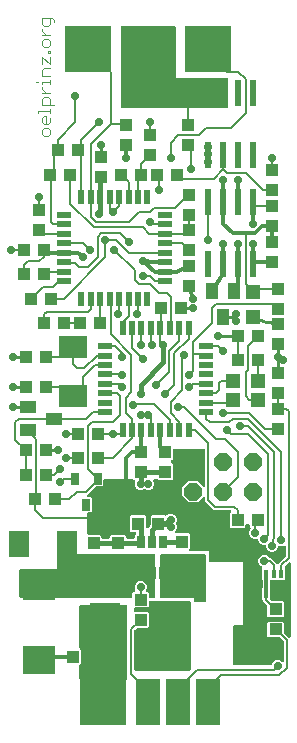
<source format=gbr>
G04 EAGLE Gerber RS-274X export*
G75*
%MOMM*%
%FSLAX34Y34*%
%LPD*%
%INTop Copper*%
%IPPOS*%
%AMOC8*
5,1,8,0,0,1.08239X$1,22.5*%
G01*
%ADD10C,0.076200*%
%ADD11R,1.100000X1.000000*%
%ADD12R,1.000000X1.100000*%
%ADD13R,0.700000X1.000000*%
%ADD14R,1.270000X0.558800*%
%ADD15R,0.558800X1.270000*%
%ADD16R,2.400000X1.900000*%
%ADD17R,1.400000X1.000000*%
%ADD18R,1.200000X1.200000*%
%ADD19P,1.649562X8X22.500000*%
%ADD20R,0.600000X2.200000*%
%ADD21R,1.000000X1.400000*%
%ADD22R,2.500000X2.000000*%
%ADD23R,1.780000X2.160000*%
%ADD24R,1.200000X2.800000*%
%ADD25R,2.400000X2.800000*%
%ADD26R,2.800000X2.400000*%
%ADD27R,0.690000X0.990000*%
%ADD28R,1.000000X2.200000*%
%ADD29R,1.200000X0.850000*%
%ADD30R,0.350000X0.800000*%
%ADD31R,4.000000X4.000000*%
%ADD32R,2.000000X4.000000*%
%ADD33C,0.711200*%
%ADD34C,0.203200*%
%ADD35C,0.254000*%
%ADD36C,0.304800*%
%ADD37C,0.406400*%
%ADD38C,0.508000*%

G36*
X227423Y52960D02*
X227423Y52960D01*
X227425Y52960D01*
X227565Y52980D01*
X227703Y53000D01*
X227705Y53000D01*
X227706Y53000D01*
X227832Y53057D01*
X227963Y53116D01*
X227964Y53117D01*
X227965Y53118D01*
X228073Y53209D01*
X228180Y53300D01*
X228181Y53301D01*
X228182Y53302D01*
X228190Y53315D01*
X228337Y53536D01*
X228347Y53565D01*
X228360Y53586D01*
X229055Y55266D01*
X230484Y56695D01*
X232352Y57468D01*
X234373Y57468D01*
X236241Y56695D01*
X237026Y55909D01*
X237050Y55891D01*
X237069Y55869D01*
X237163Y55806D01*
X237253Y55738D01*
X237281Y55728D01*
X237305Y55711D01*
X237413Y55677D01*
X237519Y55637D01*
X237548Y55635D01*
X237576Y55626D01*
X237690Y55623D01*
X237802Y55613D01*
X237831Y55619D01*
X237860Y55618D01*
X237970Y55647D01*
X238081Y55669D01*
X238107Y55683D01*
X238135Y55690D01*
X238233Y55748D01*
X238333Y55800D01*
X238355Y55821D01*
X238380Y55835D01*
X238457Y55918D01*
X238539Y55996D01*
X238554Y56021D01*
X238574Y56043D01*
X238626Y56144D01*
X238683Y56241D01*
X238690Y56270D01*
X238704Y56296D01*
X238717Y56373D01*
X238753Y56517D01*
X238751Y56579D01*
X238759Y56627D01*
X238759Y72577D01*
X238747Y72664D01*
X238744Y72751D01*
X238727Y72804D01*
X238719Y72859D01*
X238684Y72938D01*
X238657Y73022D01*
X238629Y73061D01*
X238603Y73118D01*
X238507Y73231D01*
X238462Y73295D01*
X235004Y76753D01*
X234934Y76805D01*
X234870Y76865D01*
X234821Y76891D01*
X234777Y76924D01*
X234695Y76955D01*
X234617Y76995D01*
X234570Y77003D01*
X234511Y77025D01*
X234363Y77037D01*
X234286Y77050D01*
X225643Y77050D01*
X224750Y77943D01*
X224750Y89207D01*
X225643Y90100D01*
X237907Y90100D01*
X238800Y89207D01*
X238800Y80564D01*
X238812Y80477D01*
X238815Y80390D01*
X238832Y80337D01*
X238840Y80282D01*
X238875Y80203D01*
X238902Y80119D01*
X238930Y80080D01*
X238956Y80023D01*
X239052Y79910D01*
X239097Y79846D01*
X242646Y76297D01*
X242670Y76279D01*
X242689Y76257D01*
X242783Y76194D01*
X242873Y76126D01*
X242901Y76116D01*
X242925Y76099D01*
X243033Y76065D01*
X243139Y76025D01*
X243168Y76022D01*
X243196Y76014D01*
X243310Y76011D01*
X243422Y76001D01*
X243451Y76007D01*
X243480Y76006D01*
X243590Y76035D01*
X243701Y76057D01*
X243727Y76071D01*
X243755Y76078D01*
X243853Y76136D01*
X243953Y76188D01*
X243975Y76208D01*
X244000Y76223D01*
X244077Y76306D01*
X244159Y76384D01*
X244174Y76409D01*
X244194Y76431D01*
X244246Y76532D01*
X244303Y76629D01*
X244310Y76658D01*
X244324Y76684D01*
X244337Y76761D01*
X244373Y76905D01*
X244371Y76967D01*
X244379Y77015D01*
X244379Y139348D01*
X244375Y139377D01*
X244378Y139406D01*
X244355Y139517D01*
X244339Y139629D01*
X244327Y139656D01*
X244322Y139685D01*
X244270Y139785D01*
X244223Y139889D01*
X244204Y139911D01*
X244191Y139937D01*
X244113Y140019D01*
X244040Y140106D01*
X244015Y140122D01*
X243995Y140143D01*
X243897Y140200D01*
X243803Y140263D01*
X243775Y140272D01*
X243750Y140287D01*
X243640Y140315D01*
X243532Y140349D01*
X243502Y140350D01*
X243474Y140357D01*
X243361Y140353D01*
X243248Y140356D01*
X243219Y140349D01*
X243190Y140348D01*
X243082Y140313D01*
X242973Y140284D01*
X242947Y140269D01*
X242919Y140260D01*
X242856Y140215D01*
X242728Y140139D01*
X242685Y140093D01*
X242646Y140065D01*
X239674Y137093D01*
X239639Y137047D01*
X239596Y137006D01*
X239554Y136933D01*
X239503Y136866D01*
X239482Y136811D01*
X239453Y136761D01*
X239432Y136679D01*
X239402Y136600D01*
X239397Y136542D01*
X239382Y136485D01*
X239385Y136401D01*
X239378Y136317D01*
X239390Y136260D01*
X239392Y136201D01*
X239417Y136121D01*
X239434Y136038D01*
X239461Y135986D01*
X239479Y135931D01*
X239519Y135874D01*
X239565Y135786D01*
X239634Y135714D01*
X239674Y135657D01*
X239962Y135369D01*
X239962Y126106D01*
X239069Y125213D01*
X234306Y125213D01*
X234155Y125363D01*
X234109Y125398D01*
X234068Y125441D01*
X233996Y125484D01*
X233928Y125534D01*
X233874Y125555D01*
X233823Y125585D01*
X233742Y125605D01*
X233663Y125635D01*
X233604Y125640D01*
X233548Y125655D01*
X233464Y125652D01*
X233379Y125659D01*
X233322Y125647D01*
X233263Y125646D01*
X233183Y125620D01*
X233101Y125603D01*
X233049Y125576D01*
X232993Y125558D01*
X232937Y125518D01*
X232848Y125472D01*
X232776Y125403D01*
X232720Y125363D01*
X232569Y125213D01*
X227751Y125213D01*
X227694Y125205D01*
X227635Y125206D01*
X227554Y125185D01*
X227470Y125173D01*
X227417Y125149D01*
X227360Y125134D01*
X227288Y125091D01*
X227211Y125057D01*
X227166Y125019D01*
X227116Y124989D01*
X227058Y124927D01*
X226994Y124873D01*
X226961Y124824D01*
X226921Y124782D01*
X226883Y124707D01*
X226836Y124636D01*
X226818Y124581D01*
X226792Y124529D01*
X226780Y124461D01*
X226750Y124365D01*
X226748Y124266D01*
X226736Y124198D01*
X226736Y119016D01*
X226748Y118929D01*
X226751Y118842D01*
X226768Y118789D01*
X226776Y118734D01*
X226812Y118654D01*
X226839Y118571D01*
X226867Y118532D01*
X226892Y118475D01*
X226962Y118392D01*
X226962Y109401D01*
X226974Y109315D01*
X226977Y109227D01*
X226994Y109175D01*
X227002Y109120D01*
X227038Y109040D01*
X227065Y108957D01*
X227093Y108918D01*
X227118Y108861D01*
X227214Y108747D01*
X227260Y108684D01*
X228546Y107397D01*
X228616Y107345D01*
X228680Y107285D01*
X228729Y107259D01*
X228773Y107226D01*
X228855Y107195D01*
X228933Y107155D01*
X228980Y107147D01*
X229039Y107125D01*
X229187Y107113D01*
X229264Y107100D01*
X237907Y107100D01*
X238800Y106207D01*
X238800Y94943D01*
X237907Y94050D01*
X225643Y94050D01*
X224750Y94943D01*
X224750Y103586D01*
X224738Y103673D01*
X224735Y103760D01*
X224718Y103813D01*
X224710Y103868D01*
X224675Y103947D01*
X224648Y104031D01*
X224620Y104070D01*
X224594Y104127D01*
X224498Y104240D01*
X224453Y104304D01*
X221147Y107610D01*
X221147Y107951D01*
X221135Y108038D01*
X221132Y108125D01*
X221115Y108178D01*
X221107Y108233D01*
X221071Y108313D01*
X221044Y108396D01*
X221016Y108435D01*
X220991Y108492D01*
X220895Y108606D01*
X220849Y108669D01*
X220413Y109106D01*
X220413Y118388D01*
X220454Y118431D01*
X220479Y118481D01*
X220512Y118525D01*
X220543Y118607D01*
X220583Y118685D01*
X220591Y118732D01*
X220614Y118791D01*
X220626Y118938D01*
X220639Y119016D01*
X220639Y125459D01*
X220627Y125546D01*
X220624Y125633D01*
X220607Y125686D01*
X220599Y125741D01*
X220563Y125821D01*
X220536Y125904D01*
X220508Y125943D01*
X220483Y126000D01*
X220413Y126083D01*
X220413Y135527D01*
X220431Y135569D01*
X220435Y135596D01*
X220445Y135622D01*
X220454Y135736D01*
X220470Y135850D01*
X220466Y135878D01*
X220469Y135905D01*
X220446Y136018D01*
X220430Y136132D01*
X220418Y136157D01*
X220413Y136184D01*
X220360Y136286D01*
X220312Y136391D01*
X220294Y136412D01*
X220282Y136436D01*
X220203Y136519D01*
X220128Y136607D01*
X220107Y136620D01*
X220086Y136642D01*
X219855Y136778D01*
X219843Y136785D01*
X219841Y136786D01*
X219372Y136980D01*
X217943Y138409D01*
X217169Y140277D01*
X217169Y142298D01*
X217943Y144166D01*
X219372Y145595D01*
X221239Y146368D01*
X223261Y146368D01*
X225128Y145595D01*
X226597Y144126D01*
X226667Y144073D01*
X226731Y144013D01*
X226780Y143988D01*
X226824Y143955D01*
X226906Y143924D01*
X226984Y143884D01*
X227031Y143876D01*
X227090Y143853D01*
X227238Y143841D01*
X227315Y143828D01*
X228065Y143828D01*
X229851Y142043D01*
X232926Y138967D01*
X232973Y138932D01*
X233013Y138890D01*
X233086Y138847D01*
X233153Y138796D01*
X233208Y138776D01*
X233258Y138746D01*
X233340Y138725D01*
X233419Y138695D01*
X233477Y138690D01*
X233534Y138676D01*
X233618Y138679D01*
X233702Y138672D01*
X233759Y138683D01*
X233818Y138685D01*
X233898Y138711D01*
X233981Y138727D01*
X234033Y138754D01*
X234088Y138772D01*
X234144Y138813D01*
X234233Y138858D01*
X234305Y138927D01*
X234362Y138967D01*
X240049Y144655D01*
X240059Y144668D01*
X240064Y144672D01*
X240078Y144693D01*
X240102Y144725D01*
X240162Y144789D01*
X240187Y144838D01*
X240220Y144882D01*
X240251Y144964D01*
X240291Y145042D01*
X240299Y145089D01*
X240322Y145148D01*
X240334Y145296D01*
X240347Y145373D01*
X240347Y153309D01*
X240331Y153423D01*
X240321Y153537D01*
X240311Y153563D01*
X240307Y153591D01*
X240260Y153695D01*
X240219Y153803D01*
X240202Y153825D01*
X240191Y153850D01*
X240117Y153938D01*
X240047Y154029D01*
X240025Y154046D01*
X240007Y154067D01*
X239912Y154131D01*
X239819Y154199D01*
X239794Y154209D01*
X239770Y154225D01*
X239661Y154259D01*
X239553Y154300D01*
X239526Y154302D01*
X239499Y154310D01*
X239385Y154313D01*
X239270Y154322D01*
X239246Y154317D01*
X239215Y154318D01*
X238958Y154251D01*
X238943Y154247D01*
X237548Y153669D01*
X235527Y153669D01*
X235085Y153853D01*
X234973Y153881D01*
X234864Y153916D01*
X234836Y153917D01*
X234809Y153923D01*
X234695Y153920D01*
X234580Y153923D01*
X234553Y153916D01*
X234525Y153915D01*
X234416Y153880D01*
X234305Y153851D01*
X234281Y153837D01*
X234254Y153829D01*
X234159Y153765D01*
X234060Y153706D01*
X234041Y153686D01*
X234018Y153670D01*
X233944Y153582D01*
X233866Y153499D01*
X233853Y153474D01*
X233835Y153453D01*
X233789Y153348D01*
X233736Y153246D01*
X233732Y153221D01*
X233720Y153193D01*
X233694Y153010D01*
X232907Y151109D01*
X231478Y149680D01*
X229611Y148907D01*
X227589Y148907D01*
X225722Y149680D01*
X224293Y151109D01*
X223519Y152977D01*
X223519Y154242D01*
X223511Y154299D01*
X223513Y154358D01*
X223491Y154439D01*
X223479Y154523D01*
X223456Y154576D01*
X223441Y154633D01*
X223398Y154705D01*
X223363Y154782D01*
X223325Y154827D01*
X223296Y154877D01*
X223234Y154935D01*
X223180Y154999D01*
X223131Y155032D01*
X223088Y155072D01*
X223013Y155110D01*
X222943Y155157D01*
X222887Y155175D01*
X222835Y155201D01*
X222767Y155213D01*
X222672Y155243D01*
X222572Y155245D01*
X222504Y155257D01*
X221239Y155257D01*
X219372Y156030D01*
X217943Y157459D01*
X217156Y159359D01*
X217153Y159378D01*
X217143Y159493D01*
X217133Y159519D01*
X217129Y159546D01*
X217082Y159651D01*
X217041Y159758D01*
X217025Y159780D01*
X217013Y159805D01*
X216939Y159893D01*
X216870Y159985D01*
X216847Y160001D01*
X216830Y160022D01*
X216734Y160086D01*
X216642Y160155D01*
X216616Y160165D01*
X216593Y160180D01*
X216483Y160215D01*
X216376Y160255D01*
X216348Y160257D01*
X216322Y160266D01*
X216207Y160269D01*
X216093Y160278D01*
X216068Y160272D01*
X216038Y160273D01*
X215781Y160206D01*
X215765Y160203D01*
X215323Y160019D01*
X213302Y160019D01*
X211434Y160793D01*
X210005Y162222D01*
X209232Y164089D01*
X209232Y166111D01*
X210005Y167978D01*
X210305Y168278D01*
X210340Y168325D01*
X210383Y168365D01*
X210425Y168438D01*
X210476Y168505D01*
X210497Y168560D01*
X210526Y168610D01*
X210547Y168692D01*
X210577Y168771D01*
X210582Y168829D01*
X210596Y168886D01*
X210594Y168970D01*
X210601Y169054D01*
X210589Y169111D01*
X210587Y169170D01*
X210561Y169250D01*
X210545Y169333D01*
X210518Y169385D01*
X210500Y169440D01*
X210460Y169497D01*
X210414Y169585D01*
X210345Y169657D01*
X210305Y169714D01*
X209938Y170081D01*
X209938Y171450D01*
X209930Y171508D01*
X209931Y171566D01*
X209910Y171648D01*
X209898Y171732D01*
X209874Y171785D01*
X209859Y171841D01*
X209816Y171914D01*
X209782Y171991D01*
X209744Y172036D01*
X209714Y172086D01*
X209652Y172144D01*
X209598Y172208D01*
X209549Y172240D01*
X209507Y172280D01*
X209432Y172319D01*
X209361Y172366D01*
X209306Y172383D01*
X209254Y172410D01*
X209186Y172421D01*
X209090Y172451D01*
X208991Y172454D01*
X208923Y172465D01*
X207002Y172465D01*
X206945Y172457D01*
X206886Y172459D01*
X206805Y172437D01*
X206721Y172425D01*
X206668Y172402D01*
X206611Y172387D01*
X206539Y172344D01*
X206462Y172309D01*
X206417Y172271D01*
X206367Y172242D01*
X206309Y172180D01*
X206245Y172126D01*
X206212Y172077D01*
X206172Y172034D01*
X206134Y171959D01*
X206087Y171889D01*
X206069Y171833D01*
X206043Y171781D01*
X206031Y171713D01*
X206001Y171618D01*
X205999Y171518D01*
X205987Y171450D01*
X205987Y170081D01*
X205094Y169188D01*
X193831Y169188D01*
X192938Y170081D01*
X192938Y182344D01*
X193645Y183051D01*
X193662Y183075D01*
X193685Y183094D01*
X193748Y183188D01*
X193816Y183278D01*
X193826Y183306D01*
X193842Y183330D01*
X193877Y183438D01*
X193917Y183544D01*
X193919Y183573D01*
X193928Y183601D01*
X193931Y183715D01*
X193941Y183827D01*
X193935Y183856D01*
X193936Y183885D01*
X193907Y183995D01*
X193885Y184106D01*
X193871Y184132D01*
X193864Y184160D01*
X193806Y184258D01*
X193754Y184358D01*
X193733Y184380D01*
X193718Y184405D01*
X193636Y184482D01*
X193558Y184564D01*
X193533Y184579D01*
X193511Y184599D01*
X193410Y184651D01*
X193313Y184708D01*
X193284Y184715D01*
X193258Y184729D01*
X193181Y184742D01*
X193037Y184778D01*
X192975Y184776D01*
X192927Y184784D01*
X179360Y184784D01*
X172084Y192060D01*
X172084Y194801D01*
X172080Y194830D01*
X172083Y194859D01*
X172060Y194970D01*
X172044Y195082D01*
X172032Y195109D01*
X172027Y195138D01*
X171975Y195238D01*
X171928Y195342D01*
X171909Y195364D01*
X171896Y195390D01*
X171818Y195472D01*
X171745Y195559D01*
X171720Y195575D01*
X171700Y195596D01*
X171602Y195653D01*
X171508Y195716D01*
X171480Y195725D01*
X171455Y195740D01*
X171345Y195768D01*
X171237Y195802D01*
X171207Y195803D01*
X171179Y195810D01*
X171066Y195806D01*
X170953Y195809D01*
X170924Y195802D01*
X170895Y195801D01*
X170787Y195766D01*
X170678Y195737D01*
X170652Y195722D01*
X170624Y195713D01*
X170561Y195668D01*
X170433Y195592D01*
X170390Y195547D01*
X170351Y195519D01*
X165713Y190880D01*
X158137Y190880D01*
X152780Y196237D01*
X152780Y203813D01*
X158137Y209170D01*
X165713Y209170D01*
X170351Y204531D01*
X170375Y204514D01*
X170394Y204491D01*
X170488Y204429D01*
X170578Y204361D01*
X170606Y204350D01*
X170630Y204334D01*
X170738Y204300D01*
X170844Y204259D01*
X170873Y204257D01*
X170901Y204248D01*
X171015Y204245D01*
X171127Y204236D01*
X171156Y204242D01*
X171185Y204241D01*
X171295Y204269D01*
X171406Y204292D01*
X171432Y204305D01*
X171460Y204313D01*
X171558Y204370D01*
X171658Y204423D01*
X171680Y204443D01*
X171705Y204458D01*
X171782Y204540D01*
X171864Y204618D01*
X171879Y204644D01*
X171899Y204665D01*
X171951Y204766D01*
X172008Y204864D01*
X172015Y204892D01*
X172029Y204918D01*
X172042Y204996D01*
X172078Y205139D01*
X172076Y205202D01*
X172084Y205249D01*
X172084Y234950D01*
X172076Y235008D01*
X172078Y235066D01*
X172056Y235148D01*
X172044Y235232D01*
X172021Y235285D01*
X172006Y235341D01*
X171963Y235414D01*
X171928Y235491D01*
X171890Y235536D01*
X171861Y235586D01*
X171799Y235644D01*
X171745Y235708D01*
X171696Y235740D01*
X171653Y235780D01*
X171578Y235819D01*
X171508Y235866D01*
X171452Y235883D01*
X171400Y235910D01*
X171332Y235921D01*
X171237Y235951D01*
X171137Y235954D01*
X171069Y235965D01*
X145652Y235965D01*
X145595Y235957D01*
X145536Y235959D01*
X145455Y235937D01*
X145371Y235925D01*
X145318Y235902D01*
X145261Y235887D01*
X145189Y235844D01*
X145112Y235809D01*
X145067Y235771D01*
X145017Y235742D01*
X144959Y235680D01*
X144895Y235626D01*
X144862Y235577D01*
X144822Y235534D01*
X144784Y235459D01*
X144737Y235389D01*
X144719Y235333D01*
X144693Y235281D01*
X144681Y235213D01*
X144651Y235118D01*
X144649Y235018D01*
X144637Y234950D01*
X144637Y227793D01*
X143745Y226901D01*
X143692Y226831D01*
X143632Y226767D01*
X143607Y226718D01*
X143574Y226674D01*
X143543Y226592D01*
X143503Y226514D01*
X143495Y226466D01*
X143473Y226408D01*
X143460Y226260D01*
X143447Y226183D01*
X143447Y224667D01*
X143460Y224580D01*
X143462Y224493D01*
X143479Y224440D01*
X143487Y224386D01*
X143523Y224306D01*
X143550Y224223D01*
X143578Y224183D01*
X143603Y224126D01*
X143699Y224013D01*
X143745Y223949D01*
X144637Y223057D01*
X144637Y210793D01*
X143744Y209900D01*
X132481Y209900D01*
X132113Y210268D01*
X132043Y210320D01*
X131980Y210380D01*
X131930Y210406D01*
X131886Y210439D01*
X131804Y210470D01*
X131726Y210510D01*
X131679Y210518D01*
X131620Y210540D01*
X131473Y210552D01*
X131395Y210565D01*
X129108Y210565D01*
X128994Y210549D01*
X128880Y210539D01*
X128854Y210529D01*
X128827Y210525D01*
X128722Y210478D01*
X128615Y210437D01*
X128593Y210421D01*
X128567Y210409D01*
X128480Y210335D01*
X128388Y210266D01*
X128371Y210243D01*
X128350Y210226D01*
X128287Y210130D01*
X128218Y210038D01*
X128208Y210012D01*
X128193Y209989D01*
X128158Y209879D01*
X128117Y209772D01*
X128115Y209744D01*
X128107Y209718D01*
X128104Y209603D01*
X128095Y209489D01*
X128100Y209464D01*
X128100Y209434D01*
X128167Y209177D01*
X128170Y209161D01*
X128906Y207386D01*
X128906Y205364D01*
X128132Y203497D01*
X126703Y202068D01*
X124836Y201294D01*
X122814Y201294D01*
X121039Y202030D01*
X120954Y202052D01*
X120872Y202083D01*
X120817Y202087D01*
X120763Y202101D01*
X120676Y202098D01*
X120589Y202105D01*
X120541Y202094D01*
X120479Y202093D01*
X120338Y202047D01*
X120261Y202030D01*
X118486Y201294D01*
X116464Y201294D01*
X114597Y202068D01*
X113168Y203497D01*
X112394Y205364D01*
X112394Y207386D01*
X112854Y208496D01*
X112883Y208608D01*
X112918Y208717D01*
X112918Y208745D01*
X112925Y208772D01*
X112922Y208886D01*
X112925Y209001D01*
X112918Y209028D01*
X112917Y209056D01*
X112882Y209165D01*
X112853Y209276D01*
X112839Y209300D01*
X112831Y209327D01*
X112767Y209422D01*
X112708Y209521D01*
X112688Y209540D01*
X112672Y209563D01*
X112585Y209637D01*
X112501Y209715D01*
X112476Y209728D01*
X112455Y209746D01*
X112350Y209792D01*
X112248Y209845D01*
X112223Y209849D01*
X112195Y209861D01*
X111931Y209898D01*
X111916Y209900D01*
X111843Y209900D01*
X111476Y210268D01*
X111406Y210320D01*
X111342Y210380D01*
X111293Y210406D01*
X111249Y210439D01*
X111167Y210470D01*
X111089Y210510D01*
X111041Y210518D01*
X110983Y210540D01*
X110835Y210552D01*
X110758Y210565D01*
X86977Y210565D01*
X86920Y210557D01*
X86861Y210559D01*
X86780Y210537D01*
X86696Y210525D01*
X86643Y210502D01*
X86586Y210487D01*
X86514Y210444D01*
X86437Y210409D01*
X86392Y210371D01*
X86342Y210342D01*
X86284Y210280D01*
X86220Y210226D01*
X86187Y210177D01*
X86147Y210134D01*
X86109Y210059D01*
X86062Y209989D01*
X86044Y209933D01*
X86018Y209881D01*
X86006Y209813D01*
X85976Y209718D01*
X85974Y209618D01*
X85962Y209550D01*
X85962Y205393D01*
X85069Y204500D01*
X79926Y204500D01*
X79840Y204488D01*
X79752Y204485D01*
X79700Y204468D01*
X79645Y204460D01*
X79565Y204425D01*
X79482Y204398D01*
X79443Y204370D01*
X79386Y204344D01*
X79272Y204248D01*
X79209Y204203D01*
X72307Y197301D01*
X72255Y197232D01*
X72195Y197168D01*
X72169Y197118D01*
X72136Y197074D01*
X72105Y196993D01*
X72065Y196915D01*
X72057Y196867D01*
X72035Y196809D01*
X72030Y196754D01*
X72024Y196733D01*
X72022Y196655D01*
X72010Y196584D01*
X72010Y196565D01*
X72013Y196543D01*
X72011Y196525D01*
X72018Y196494D01*
X72016Y196449D01*
X72038Y196367D01*
X72050Y196283D01*
X72074Y196230D01*
X72088Y196174D01*
X72131Y196101D01*
X72166Y196024D01*
X72204Y195979D01*
X72234Y195929D01*
X72295Y195871D01*
X72350Y195807D01*
X72398Y195775D01*
X72441Y195735D01*
X72516Y195696D01*
X72586Y195649D01*
X72642Y195632D01*
X72694Y195605D01*
X72762Y195594D01*
X72857Y195564D01*
X72957Y195561D01*
X73025Y195550D01*
X75569Y195550D01*
X76462Y194657D01*
X76462Y183393D01*
X75569Y182500D01*
X73025Y182500D01*
X72967Y182492D01*
X72909Y182494D01*
X72827Y182472D01*
X72744Y182460D01*
X72690Y182437D01*
X72634Y182422D01*
X72561Y182379D01*
X72484Y182344D01*
X72439Y182306D01*
X72389Y182277D01*
X72331Y182215D01*
X72267Y182161D01*
X72235Y182112D01*
X72195Y182069D01*
X72156Y181994D01*
X72110Y181924D01*
X72092Y181868D01*
X72065Y181816D01*
X72054Y181748D01*
X72024Y181653D01*
X72021Y181553D01*
X72010Y181485D01*
X72010Y164640D01*
X72018Y164582D01*
X72016Y164524D01*
X72038Y164442D01*
X72050Y164358D01*
X72074Y164305D01*
X72088Y164249D01*
X72131Y164176D01*
X72166Y164099D01*
X72204Y164054D01*
X72234Y164004D01*
X72295Y163946D01*
X72350Y163882D01*
X72398Y163850D01*
X72441Y163810D01*
X72516Y163771D01*
X72586Y163724D01*
X72642Y163707D01*
X72694Y163680D01*
X72762Y163669D01*
X72857Y163639D01*
X72957Y163636D01*
X73025Y163625D01*
X83419Y163625D01*
X84312Y162732D01*
X84312Y161172D01*
X84320Y161114D01*
X84319Y161056D01*
X84340Y160974D01*
X84352Y160890D01*
X84376Y160837D01*
X84391Y160781D01*
X84434Y160708D01*
X84468Y160631D01*
X84506Y160586D01*
X84536Y160536D01*
X84598Y160478D01*
X84652Y160414D01*
X84701Y160382D01*
X84743Y160342D01*
X84818Y160303D01*
X84889Y160256D01*
X84944Y160239D01*
X84996Y160212D01*
X85064Y160201D01*
X85160Y160171D01*
X85259Y160168D01*
X85327Y160157D01*
X90385Y160157D01*
X90443Y160165D01*
X90501Y160163D01*
X90583Y160185D01*
X90667Y160197D01*
X90720Y160220D01*
X90776Y160235D01*
X90849Y160278D01*
X90926Y160313D01*
X90971Y160351D01*
X91021Y160380D01*
X91079Y160442D01*
X91143Y160496D01*
X91175Y160545D01*
X91215Y160588D01*
X91254Y160663D01*
X91301Y160733D01*
X91318Y160789D01*
X91345Y160841D01*
X91356Y160909D01*
X91386Y161004D01*
X91389Y161104D01*
X91400Y161172D01*
X91400Y162232D01*
X92293Y163125D01*
X104557Y163125D01*
X105450Y162232D01*
X105450Y161172D01*
X105458Y161114D01*
X105456Y161056D01*
X105478Y160974D01*
X105490Y160890D01*
X105513Y160837D01*
X105528Y160781D01*
X105571Y160708D01*
X105606Y160631D01*
X105644Y160586D01*
X105673Y160536D01*
X105735Y160478D01*
X105789Y160414D01*
X105838Y160382D01*
X105881Y160342D01*
X105956Y160303D01*
X106026Y160256D01*
X106082Y160239D01*
X106134Y160212D01*
X106202Y160201D01*
X106297Y160171D01*
X106397Y160168D01*
X106465Y160157D01*
X111510Y160157D01*
X111568Y160165D01*
X111626Y160163D01*
X111708Y160185D01*
X111792Y160197D01*
X111845Y160220D01*
X111901Y160235D01*
X111974Y160278D01*
X112051Y160313D01*
X112096Y160351D01*
X112146Y160380D01*
X112204Y160442D01*
X112268Y160496D01*
X112300Y160545D01*
X112340Y160588D01*
X112379Y160663D01*
X112426Y160733D01*
X112443Y160789D01*
X112470Y160841D01*
X112481Y160909D01*
X112511Y161004D01*
X112514Y161104D01*
X112525Y161172D01*
X112525Y163044D01*
X113646Y164165D01*
X113698Y164235D01*
X113758Y164298D01*
X113784Y164348D01*
X113817Y164392D01*
X113848Y164474D01*
X113888Y164552D01*
X113896Y164599D01*
X113918Y164658D01*
X113930Y164805D01*
X113943Y164883D01*
X113943Y164998D01*
X113935Y165055D01*
X113937Y165114D01*
X113915Y165195D01*
X113903Y165279D01*
X113880Y165332D01*
X113865Y165389D01*
X113822Y165461D01*
X113787Y165538D01*
X113749Y165583D01*
X113720Y165633D01*
X113658Y165691D01*
X113604Y165755D01*
X113555Y165788D01*
X113512Y165828D01*
X113437Y165866D01*
X113367Y165913D01*
X113311Y165931D01*
X113259Y165957D01*
X113191Y165969D01*
X113096Y165999D01*
X112996Y166001D01*
X112928Y166013D01*
X109693Y166013D01*
X108800Y166906D01*
X108800Y179169D01*
X109693Y180062D01*
X120957Y180062D01*
X121850Y179169D01*
X121850Y170043D01*
X121854Y170014D01*
X121851Y169985D01*
X121874Y169874D01*
X121890Y169762D01*
X121902Y169735D01*
X121907Y169706D01*
X121960Y169606D01*
X122006Y169502D01*
X122025Y169480D01*
X122038Y169454D01*
X122116Y169372D01*
X122189Y169285D01*
X122214Y169269D01*
X122234Y169248D01*
X122332Y169191D01*
X122426Y169128D01*
X122454Y169119D01*
X122479Y169104D01*
X122589Y169076D01*
X122697Y169042D01*
X122727Y169041D01*
X122755Y169034D01*
X122868Y169038D01*
X122981Y169035D01*
X123010Y169042D01*
X123039Y169043D01*
X123147Y169078D01*
X123256Y169106D01*
X123282Y169121D01*
X123310Y169130D01*
X123373Y169176D01*
X123501Y169252D01*
X123544Y169297D01*
X123583Y169325D01*
X125503Y171245D01*
X125555Y171315D01*
X125615Y171379D01*
X125641Y171428D01*
X125674Y171473D01*
X125705Y171554D01*
X125745Y171632D01*
X125753Y171680D01*
X125775Y171738D01*
X125787Y171886D01*
X125800Y171963D01*
X125800Y179169D01*
X126693Y180062D01*
X137957Y180062D01*
X138030Y179989D01*
X138077Y179954D01*
X138117Y179911D01*
X138190Y179868D01*
X138257Y179818D01*
X138312Y179797D01*
X138362Y179767D01*
X138444Y179747D01*
X138523Y179717D01*
X138581Y179712D01*
X138638Y179697D01*
X138722Y179700D01*
X138806Y179693D01*
X138864Y179704D01*
X138922Y179706D01*
X139002Y179732D01*
X139085Y179749D01*
X139137Y179776D01*
X139193Y179794D01*
X139249Y179834D01*
X139337Y179880D01*
X139410Y179949D01*
X139466Y179989D01*
X139997Y180520D01*
X141864Y181293D01*
X143886Y181293D01*
X145753Y180520D01*
X147182Y179091D01*
X147956Y177223D01*
X147956Y175202D01*
X147220Y173426D01*
X147198Y173341D01*
X147167Y173259D01*
X147163Y173204D01*
X147149Y173151D01*
X147152Y173063D01*
X147145Y172976D01*
X147156Y172929D01*
X147157Y172867D01*
X147203Y172725D01*
X147220Y172649D01*
X147956Y170873D01*
X147956Y168852D01*
X147182Y166984D01*
X146681Y166483D01*
X146663Y166459D01*
X146641Y166440D01*
X146578Y166346D01*
X146510Y166256D01*
X146499Y166228D01*
X146483Y166204D01*
X146449Y166096D01*
X146408Y165990D01*
X146406Y165961D01*
X146397Y165933D01*
X146394Y165819D01*
X146385Y165707D01*
X146391Y165678D01*
X146390Y165649D01*
X146419Y165539D01*
X146441Y165428D01*
X146454Y165402D01*
X146462Y165374D01*
X146519Y165276D01*
X146572Y165176D01*
X146592Y165154D01*
X146607Y165129D01*
X146690Y165052D01*
X146768Y164970D01*
X146793Y164955D01*
X146814Y164935D01*
X146915Y164883D01*
X147013Y164826D01*
X147041Y164819D01*
X147067Y164805D01*
X147145Y164792D01*
X147288Y164756D01*
X147351Y164758D01*
X147398Y164750D01*
X158032Y164750D01*
X158925Y163857D01*
X158925Y151593D01*
X158862Y151530D01*
X158844Y151507D01*
X158822Y151488D01*
X158759Y151394D01*
X158691Y151303D01*
X158680Y151276D01*
X158664Y151251D01*
X158630Y151144D01*
X158590Y151038D01*
X158587Y151008D01*
X158578Y150980D01*
X158575Y150867D01*
X158566Y150754D01*
X158572Y150725D01*
X158571Y150696D01*
X158600Y150587D01*
X158622Y150476D01*
X158635Y150449D01*
X158643Y150421D01*
X158701Y150324D01*
X158753Y150223D01*
X158773Y150202D01*
X158788Y150177D01*
X158871Y150099D01*
X158949Y150017D01*
X158974Y150002D01*
X158995Y149982D01*
X159096Y149931D01*
X159194Y149873D01*
X159222Y149866D01*
X159249Y149853D01*
X159326Y149840D01*
X159469Y149803D01*
X159532Y149805D01*
X159580Y149797D01*
X175197Y149797D01*
X175197Y141288D01*
X175205Y141230D01*
X175204Y141171D01*
X175225Y141090D01*
X175237Y141006D01*
X175261Y140953D01*
X175276Y140896D01*
X175319Y140824D01*
X175353Y140747D01*
X175391Y140702D01*
X175421Y140652D01*
X175483Y140594D01*
X175537Y140530D01*
X175586Y140497D01*
X175628Y140457D01*
X175703Y140419D01*
X175774Y140372D01*
X175829Y140354D01*
X175881Y140328D01*
X175949Y140316D01*
X176045Y140286D01*
X176144Y140284D01*
X176213Y140272D01*
X203772Y140272D01*
X203772Y86740D01*
X196850Y86740D01*
X196792Y86732D01*
X196734Y86734D01*
X196652Y86712D01*
X196569Y86700D01*
X196515Y86677D01*
X196459Y86662D01*
X196386Y86619D01*
X196309Y86584D01*
X196264Y86546D01*
X196214Y86517D01*
X196156Y86455D01*
X196092Y86401D01*
X196060Y86352D01*
X196020Y86309D01*
X195981Y86234D01*
X195935Y86164D01*
X195917Y86108D01*
X195890Y86056D01*
X195879Y85988D01*
X195849Y85893D01*
X195846Y85793D01*
X195835Y85725D01*
X195835Y53975D01*
X195843Y53917D01*
X195841Y53859D01*
X195863Y53777D01*
X195875Y53694D01*
X195899Y53640D01*
X195913Y53584D01*
X195956Y53511D01*
X195991Y53434D01*
X196029Y53389D01*
X196059Y53339D01*
X196120Y53281D01*
X196175Y53217D01*
X196223Y53185D01*
X196266Y53145D01*
X196341Y53106D01*
X196411Y53060D01*
X196467Y53042D01*
X196519Y53015D01*
X196587Y53004D01*
X196682Y52974D01*
X196782Y52971D01*
X196850Y52960D01*
X227422Y52960D01*
X227423Y52960D01*
G37*
G36*
X190558Y524455D02*
X190558Y524455D01*
X190616Y524454D01*
X190698Y524475D01*
X190782Y524487D01*
X190835Y524511D01*
X190891Y524526D01*
X190964Y524569D01*
X191041Y524603D01*
X191086Y524641D01*
X191136Y524671D01*
X191194Y524733D01*
X191258Y524787D01*
X191290Y524836D01*
X191330Y524878D01*
X191369Y524953D01*
X191416Y525024D01*
X191433Y525079D01*
X191460Y525131D01*
X191471Y525199D01*
X191501Y525295D01*
X191504Y525394D01*
X191515Y525463D01*
X191515Y549275D01*
X191507Y549333D01*
X191509Y549391D01*
X191487Y549473D01*
X191475Y549557D01*
X191452Y549610D01*
X191437Y549666D01*
X191394Y549739D01*
X191359Y549816D01*
X191321Y549861D01*
X191292Y549911D01*
X191230Y549969D01*
X191176Y550033D01*
X191127Y550065D01*
X191084Y550105D01*
X191009Y550144D01*
X190939Y550191D01*
X190883Y550208D01*
X190831Y550235D01*
X190763Y550246D01*
X190668Y550276D01*
X190568Y550279D01*
X190500Y550290D01*
X147065Y550290D01*
X147065Y592989D01*
X147057Y593047D01*
X147059Y593105D01*
X147037Y593187D01*
X147025Y593271D01*
X147002Y593324D01*
X146987Y593380D01*
X146944Y593453D01*
X146909Y593530D01*
X146871Y593575D01*
X146842Y593625D01*
X146780Y593683D01*
X146726Y593747D01*
X146677Y593779D01*
X146634Y593819D01*
X146559Y593858D01*
X146489Y593905D01*
X146433Y593922D01*
X146381Y593949D01*
X146313Y593960D01*
X146218Y593990D01*
X146118Y593993D01*
X146050Y594004D01*
X101600Y594004D01*
X101542Y593996D01*
X101484Y593998D01*
X101402Y593976D01*
X101319Y593964D01*
X101265Y593941D01*
X101209Y593926D01*
X101136Y593883D01*
X101059Y593848D01*
X101014Y593810D01*
X100964Y593781D01*
X100906Y593719D01*
X100842Y593665D01*
X100810Y593616D01*
X100770Y593573D01*
X100731Y593498D01*
X100685Y593428D01*
X100667Y593372D01*
X100640Y593320D01*
X100629Y593252D01*
X100599Y593157D01*
X100596Y593057D01*
X100585Y592989D01*
X100585Y525463D01*
X100593Y525405D01*
X100591Y525346D01*
X100613Y525265D01*
X100625Y525181D01*
X100649Y525128D01*
X100663Y525071D01*
X100706Y524999D01*
X100741Y524922D01*
X100779Y524877D01*
X100809Y524827D01*
X100870Y524769D01*
X100925Y524705D01*
X100973Y524672D01*
X101016Y524632D01*
X101091Y524594D01*
X101161Y524547D01*
X101217Y524529D01*
X101269Y524503D01*
X101337Y524491D01*
X101432Y524461D01*
X101532Y524459D01*
X101600Y524447D01*
X190500Y524447D01*
X190558Y524455D01*
G37*
G36*
X109493Y110118D02*
X109493Y110118D01*
X109551Y110116D01*
X109633Y110138D01*
X109717Y110150D01*
X109770Y110174D01*
X109826Y110188D01*
X109899Y110231D01*
X109976Y110266D01*
X110021Y110304D01*
X110071Y110334D01*
X110129Y110395D01*
X110193Y110450D01*
X110225Y110498D01*
X110265Y110541D01*
X110304Y110616D01*
X110351Y110686D01*
X110368Y110742D01*
X110395Y110794D01*
X110406Y110862D01*
X110436Y110957D01*
X110439Y111057D01*
X110450Y111125D01*
X110450Y114144D01*
X111343Y115037D01*
X112124Y115037D01*
X112237Y115053D01*
X112352Y115063D01*
X112378Y115073D01*
X112405Y115077D01*
X112510Y115124D01*
X112617Y115165D01*
X112639Y115182D01*
X112664Y115193D01*
X112752Y115267D01*
X112844Y115337D01*
X112860Y115359D01*
X112881Y115377D01*
X112945Y115472D01*
X113014Y115565D01*
X113024Y115590D01*
X113039Y115614D01*
X113074Y115723D01*
X113114Y115831D01*
X113116Y115858D01*
X113125Y115885D01*
X113128Y115999D01*
X113137Y116114D01*
X113131Y116138D01*
X113132Y116169D01*
X113065Y116426D01*
X113062Y116441D01*
X112394Y118052D01*
X112394Y120073D01*
X113168Y121941D01*
X114597Y123370D01*
X116464Y124143D01*
X118486Y124143D01*
X120353Y123370D01*
X121782Y121941D01*
X122556Y120073D01*
X122556Y118052D01*
X121888Y116441D01*
X121860Y116330D01*
X121825Y116220D01*
X121824Y116193D01*
X121818Y116166D01*
X121821Y116051D01*
X121818Y115936D01*
X121825Y115909D01*
X121826Y115882D01*
X121861Y115772D01*
X121890Y115661D01*
X121904Y115637D01*
X121912Y115611D01*
X121976Y115515D01*
X122035Y115417D01*
X122055Y115398D01*
X122071Y115375D01*
X122158Y115301D01*
X122242Y115222D01*
X122267Y115209D01*
X122288Y115192D01*
X122393Y115145D01*
X122495Y115093D01*
X122520Y115089D01*
X122548Y115076D01*
X122812Y115040D01*
X122826Y115037D01*
X123607Y115037D01*
X124500Y114144D01*
X124500Y111125D01*
X124508Y111067D01*
X124506Y111009D01*
X124528Y110927D01*
X124540Y110844D01*
X124563Y110790D01*
X124578Y110734D01*
X124621Y110661D01*
X124656Y110584D01*
X124694Y110539D01*
X124723Y110489D01*
X124785Y110431D01*
X124839Y110367D01*
X124888Y110335D01*
X124931Y110295D01*
X125006Y110256D01*
X125076Y110210D01*
X125132Y110192D01*
X125184Y110165D01*
X125252Y110154D01*
X125347Y110124D01*
X125447Y110121D01*
X125515Y110110D01*
X128588Y110110D01*
X128645Y110118D01*
X128704Y110116D01*
X128785Y110138D01*
X128869Y110150D01*
X128922Y110174D01*
X128979Y110188D01*
X129051Y110231D01*
X129128Y110266D01*
X129173Y110304D01*
X129223Y110334D01*
X129281Y110395D01*
X129345Y110450D01*
X129378Y110498D01*
X129418Y110541D01*
X129456Y110616D01*
X129503Y110686D01*
X129521Y110742D01*
X129547Y110794D01*
X129559Y110862D01*
X129589Y110957D01*
X129591Y111057D01*
X129603Y111125D01*
X129603Y146050D01*
X129595Y146108D01*
X129596Y146166D01*
X129575Y146248D01*
X129563Y146332D01*
X129539Y146385D01*
X129524Y146441D01*
X129481Y146514D01*
X129447Y146591D01*
X129409Y146636D01*
X129379Y146686D01*
X129317Y146744D01*
X129263Y146808D01*
X129214Y146840D01*
X129172Y146880D01*
X129097Y146919D01*
X129026Y146966D01*
X128971Y146983D01*
X128919Y147010D01*
X128851Y147021D01*
X128755Y147051D01*
X128656Y147054D01*
X128588Y147065D01*
X47625Y147065D01*
X47567Y147057D01*
X47509Y147059D01*
X47427Y147037D01*
X47344Y147025D01*
X47290Y147002D01*
X47234Y146987D01*
X47161Y146944D01*
X47084Y146909D01*
X47039Y146871D01*
X46989Y146842D01*
X46931Y146780D01*
X46867Y146726D01*
X46835Y146677D01*
X46795Y146634D01*
X46756Y146559D01*
X46710Y146489D01*
X46692Y146433D01*
X46665Y146381D01*
X46654Y146313D01*
X46624Y146218D01*
X46621Y146118D01*
X46610Y146050D01*
X46610Y134365D01*
X15875Y134365D01*
X15817Y134357D01*
X15759Y134359D01*
X15677Y134337D01*
X15594Y134325D01*
X15540Y134302D01*
X15484Y134287D01*
X15411Y134244D01*
X15334Y134209D01*
X15289Y134171D01*
X15239Y134142D01*
X15181Y134080D01*
X15117Y134026D01*
X15085Y133977D01*
X15045Y133934D01*
X15006Y133859D01*
X14960Y133789D01*
X14942Y133733D01*
X14915Y133681D01*
X14904Y133613D01*
X14874Y133518D01*
X14871Y133418D01*
X14860Y133350D01*
X14860Y111125D01*
X14868Y111067D01*
X14866Y111009D01*
X14888Y110927D01*
X14900Y110844D01*
X14924Y110790D01*
X14938Y110734D01*
X14981Y110661D01*
X15016Y110584D01*
X15054Y110539D01*
X15084Y110489D01*
X15145Y110431D01*
X15200Y110367D01*
X15248Y110335D01*
X15291Y110295D01*
X15366Y110256D01*
X15436Y110210D01*
X15492Y110192D01*
X15544Y110165D01*
X15612Y110154D01*
X15707Y110124D01*
X15807Y110121D01*
X15875Y110110D01*
X109435Y110110D01*
X109493Y110118D01*
G37*
G36*
X158808Y48205D02*
X158808Y48205D01*
X158866Y48204D01*
X158948Y48225D01*
X159032Y48237D01*
X159085Y48261D01*
X159141Y48276D01*
X159214Y48319D01*
X159291Y48353D01*
X159336Y48391D01*
X159386Y48421D01*
X159444Y48483D01*
X159508Y48537D01*
X159540Y48586D01*
X159580Y48628D01*
X159619Y48703D01*
X159666Y48774D01*
X159683Y48829D01*
X159710Y48881D01*
X159721Y48949D01*
X159751Y49045D01*
X159754Y49144D01*
X159765Y49213D01*
X159765Y106363D01*
X159757Y106420D01*
X159759Y106479D01*
X159737Y106560D01*
X159725Y106644D01*
X159702Y106697D01*
X159687Y106754D01*
X159644Y106826D01*
X159609Y106903D01*
X159571Y106948D01*
X159542Y106998D01*
X159480Y107056D01*
X159426Y107120D01*
X159377Y107153D01*
X159334Y107193D01*
X159259Y107231D01*
X159189Y107278D01*
X159133Y107296D01*
X159081Y107322D01*
X159013Y107334D01*
X158918Y107364D01*
X158818Y107366D01*
X158750Y107378D01*
X125515Y107378D01*
X125457Y107370D01*
X125399Y107371D01*
X125317Y107350D01*
X125233Y107338D01*
X125180Y107314D01*
X125124Y107299D01*
X125051Y107256D01*
X124974Y107222D01*
X124929Y107184D01*
X124879Y107154D01*
X124821Y107092D01*
X124757Y107038D01*
X124725Y106989D01*
X124685Y106947D01*
X124646Y106872D01*
X124599Y106801D01*
X124582Y106746D01*
X124555Y106694D01*
X124544Y106626D01*
X124514Y106530D01*
X124511Y106431D01*
X124500Y106363D01*
X124500Y102881D01*
X123607Y101988D01*
X112713Y101988D01*
X112655Y101980D01*
X112596Y101981D01*
X112515Y101960D01*
X112431Y101948D01*
X112378Y101924D01*
X112321Y101909D01*
X112249Y101866D01*
X112172Y101832D01*
X112127Y101794D01*
X112077Y101764D01*
X112019Y101702D01*
X111955Y101648D01*
X111922Y101599D01*
X111882Y101557D01*
X111844Y101482D01*
X111797Y101411D01*
X111779Y101356D01*
X111753Y101304D01*
X111741Y101236D01*
X111711Y101140D01*
X111709Y101041D01*
X111697Y100973D01*
X111697Y99052D01*
X111705Y98995D01*
X111704Y98936D01*
X111725Y98855D01*
X111737Y98771D01*
X111761Y98718D01*
X111776Y98661D01*
X111819Y98589D01*
X111853Y98512D01*
X111891Y98467D01*
X111921Y98417D01*
X111983Y98359D01*
X112037Y98295D01*
X112086Y98262D01*
X112128Y98222D01*
X112203Y98184D01*
X112274Y98137D01*
X112329Y98119D01*
X112381Y98093D01*
X112449Y98081D01*
X112545Y98051D01*
X112644Y98049D01*
X112713Y98037D01*
X123607Y98037D01*
X124500Y97144D01*
X124500Y85881D01*
X123607Y84988D01*
X114964Y84988D01*
X114877Y84976D01*
X114790Y84973D01*
X114737Y84956D01*
X114682Y84948D01*
X114603Y84912D01*
X114519Y84885D01*
X114480Y84857D01*
X114423Y84832D01*
X114310Y84736D01*
X114246Y84690D01*
X112376Y82820D01*
X112323Y82750D01*
X112263Y82686D01*
X112238Y82637D01*
X112205Y82593D01*
X112174Y82511D01*
X112134Y82433D01*
X112126Y82386D01*
X112103Y82327D01*
X112091Y82179D01*
X112078Y82102D01*
X112078Y49213D01*
X112086Y49155D01*
X112085Y49096D01*
X112106Y49015D01*
X112118Y48931D01*
X112142Y48878D01*
X112157Y48821D01*
X112200Y48749D01*
X112234Y48672D01*
X112272Y48627D01*
X112302Y48577D01*
X112364Y48519D01*
X112418Y48455D01*
X112467Y48422D01*
X112509Y48382D01*
X112584Y48344D01*
X112655Y48297D01*
X112710Y48279D01*
X112762Y48253D01*
X112830Y48241D01*
X112926Y48211D01*
X113025Y48209D01*
X113093Y48197D01*
X158750Y48197D01*
X158808Y48205D01*
G37*
G36*
X104833Y40268D02*
X104833Y40268D01*
X104891Y40266D01*
X104973Y40288D01*
X105057Y40300D01*
X105110Y40324D01*
X105166Y40338D01*
X105239Y40381D01*
X105316Y40416D01*
X105361Y40454D01*
X105411Y40484D01*
X105469Y40545D01*
X105533Y40600D01*
X105565Y40648D01*
X105605Y40691D01*
X105644Y40766D01*
X105691Y40836D01*
X105708Y40892D01*
X105735Y40944D01*
X105746Y41012D01*
X105776Y41107D01*
X105779Y41207D01*
X105790Y41275D01*
X105790Y103188D01*
X105782Y103245D01*
X105784Y103304D01*
X105762Y103385D01*
X105750Y103469D01*
X105727Y103522D01*
X105712Y103579D01*
X105669Y103651D01*
X105634Y103728D01*
X105596Y103773D01*
X105567Y103823D01*
X105505Y103881D01*
X105451Y103945D01*
X105402Y103978D01*
X105359Y104018D01*
X105284Y104056D01*
X105214Y104103D01*
X105158Y104121D01*
X105106Y104147D01*
X105038Y104159D01*
X104943Y104189D01*
X104843Y104191D01*
X104775Y104203D01*
X66675Y104203D01*
X66617Y104195D01*
X66559Y104196D01*
X66477Y104175D01*
X66394Y104163D01*
X66340Y104139D01*
X66284Y104124D01*
X66211Y104081D01*
X66134Y104047D01*
X66089Y104009D01*
X66039Y103979D01*
X65981Y103917D01*
X65917Y103863D01*
X65885Y103814D01*
X65845Y103772D01*
X65806Y103697D01*
X65760Y103626D01*
X65742Y103571D01*
X65715Y103519D01*
X65704Y103451D01*
X65674Y103355D01*
X65671Y103256D01*
X65660Y103188D01*
X65660Y67505D01*
X65672Y67418D01*
X65675Y67331D01*
X65692Y67278D01*
X65700Y67223D01*
X65735Y67143D01*
X65762Y67060D01*
X65790Y67021D01*
X65816Y66964D01*
X65912Y66850D01*
X65957Y66787D01*
X66787Y65957D01*
X66787Y54693D01*
X65957Y53863D01*
X65905Y53794D01*
X65845Y53730D01*
X65819Y53680D01*
X65786Y53636D01*
X65755Y53554D01*
X65715Y53476D01*
X65707Y53429D01*
X65685Y53370D01*
X65673Y53223D01*
X65660Y53145D01*
X65660Y41275D01*
X65668Y41217D01*
X65666Y41159D01*
X65688Y41077D01*
X65700Y40994D01*
X65724Y40940D01*
X65738Y40884D01*
X65781Y40811D01*
X65816Y40734D01*
X65854Y40689D01*
X65884Y40639D01*
X65945Y40581D01*
X66000Y40517D01*
X66048Y40485D01*
X66091Y40445D01*
X66166Y40406D01*
X66236Y40360D01*
X66292Y40342D01*
X66344Y40315D01*
X66412Y40304D01*
X66507Y40274D01*
X66607Y40271D01*
X66675Y40260D01*
X104775Y40260D01*
X104833Y40268D01*
G37*
G36*
X171508Y110118D02*
X171508Y110118D01*
X171566Y110116D01*
X171648Y110138D01*
X171732Y110150D01*
X171785Y110174D01*
X171841Y110188D01*
X171914Y110231D01*
X171991Y110266D01*
X172036Y110304D01*
X172086Y110334D01*
X172144Y110395D01*
X172208Y110450D01*
X172240Y110498D01*
X172280Y110541D01*
X172319Y110616D01*
X172366Y110686D01*
X172383Y110742D01*
X172410Y110794D01*
X172421Y110862D01*
X172451Y110957D01*
X172454Y111057D01*
X172465Y111125D01*
X172465Y146050D01*
X172457Y146108D01*
X172459Y146166D01*
X172437Y146248D01*
X172425Y146332D01*
X172402Y146385D01*
X172387Y146441D01*
X172344Y146514D01*
X172309Y146591D01*
X172271Y146636D01*
X172242Y146686D01*
X172180Y146744D01*
X172126Y146808D01*
X172077Y146840D01*
X172034Y146880D01*
X171959Y146919D01*
X171889Y146966D01*
X171833Y146983D01*
X171781Y147010D01*
X171713Y147021D01*
X171618Y147051D01*
X171518Y147054D01*
X171450Y147065D01*
X134938Y147065D01*
X134880Y147057D01*
X134821Y147059D01*
X134740Y147037D01*
X134656Y147025D01*
X134603Y147002D01*
X134546Y146987D01*
X134474Y146944D01*
X134397Y146909D01*
X134352Y146871D01*
X134302Y146842D01*
X134244Y146780D01*
X134180Y146726D01*
X134147Y146677D01*
X134107Y146634D01*
X134069Y146559D01*
X134022Y146489D01*
X134004Y146433D01*
X133978Y146381D01*
X133966Y146313D01*
X133936Y146218D01*
X133934Y146118D01*
X133922Y146050D01*
X133922Y111125D01*
X133930Y111067D01*
X133929Y111009D01*
X133950Y110927D01*
X133962Y110844D01*
X133986Y110790D01*
X134001Y110734D01*
X134044Y110661D01*
X134078Y110584D01*
X134116Y110539D01*
X134146Y110489D01*
X134208Y110431D01*
X134262Y110367D01*
X134311Y110335D01*
X134353Y110295D01*
X134428Y110256D01*
X134499Y110210D01*
X134554Y110192D01*
X134606Y110165D01*
X134674Y110154D01*
X134770Y110124D01*
X134869Y110121D01*
X134938Y110110D01*
X171450Y110110D01*
X171508Y110118D01*
G37*
D10*
X40450Y502913D02*
X40450Y506218D01*
X38797Y507870D01*
X35492Y507870D01*
X33840Y506218D01*
X33840Y502913D01*
X35492Y501260D01*
X38797Y501260D01*
X40450Y502913D01*
X40450Y512736D02*
X40450Y516041D01*
X40450Y512736D02*
X38797Y511083D01*
X35492Y511083D01*
X33840Y512736D01*
X33840Y516041D01*
X35492Y517693D01*
X37145Y517693D01*
X37145Y511083D01*
X30535Y520906D02*
X30535Y522559D01*
X40450Y522559D01*
X40450Y524211D02*
X40450Y520906D01*
X43754Y527455D02*
X33840Y527455D01*
X33840Y532412D01*
X35492Y534065D01*
X38797Y534065D01*
X40450Y532412D01*
X40450Y527455D01*
X40450Y537278D02*
X33840Y537278D01*
X37145Y537278D02*
X33840Y540583D01*
X33840Y542235D01*
X33840Y545464D02*
X33840Y547116D01*
X40450Y547116D01*
X40450Y545464D02*
X40450Y548769D01*
X30535Y547116D02*
X28883Y547116D01*
X33840Y552012D02*
X40450Y552012D01*
X33840Y552012D02*
X33840Y556970D01*
X35492Y558622D01*
X40450Y558622D01*
X33840Y561835D02*
X33840Y568445D01*
X40450Y561835D01*
X40450Y568445D01*
X40450Y571658D02*
X38797Y571658D01*
X38797Y573311D01*
X40450Y573311D01*
X40450Y571658D01*
X40450Y578222D02*
X40450Y581527D01*
X38797Y583179D01*
X35492Y583179D01*
X33840Y581527D01*
X33840Y578222D01*
X35492Y576570D01*
X38797Y576570D01*
X40450Y578222D01*
X40450Y586393D02*
X33840Y586393D01*
X33840Y589697D02*
X37145Y586393D01*
X33840Y589697D02*
X33840Y591350D01*
X43754Y597883D02*
X43754Y599536D01*
X42102Y601188D01*
X33840Y601188D01*
X33840Y596231D01*
X35492Y594578D01*
X38797Y594578D01*
X40450Y596231D01*
X40450Y601188D01*
D11*
X35488Y404813D03*
X18488Y404813D03*
D12*
X158750Y391088D03*
X158750Y374088D03*
X84138Y483163D03*
X84138Y466163D03*
D11*
X83113Y342900D03*
X66113Y342900D03*
D12*
X125413Y502213D03*
X125413Y485213D03*
D13*
X71438Y189025D03*
X61938Y211025D03*
X80938Y211025D03*
D12*
X41838Y363538D03*
X24838Y363538D03*
X64063Y488950D03*
X47063Y488950D03*
D11*
X31750Y438713D03*
X31750Y421713D03*
D12*
X35950Y342900D03*
X52950Y342900D03*
X118038Y468313D03*
X101038Y468313D03*
D11*
X158750Y451413D03*
X158750Y434413D03*
X158750Y421250D03*
X158750Y404250D03*
D12*
X40713Y468313D03*
X57713Y468313D03*
X37075Y234950D03*
X20075Y234950D03*
X20075Y214313D03*
X37075Y214313D03*
X28013Y193675D03*
X45013Y193675D03*
X148200Y468313D03*
X131200Y468313D03*
D11*
X157163Y510150D03*
X157163Y493150D03*
X228600Y472050D03*
X228600Y455050D03*
D14*
X52324Y434400D03*
X52324Y426400D03*
X52324Y418400D03*
X52324Y410400D03*
X52324Y402400D03*
X52324Y394400D03*
X52324Y386400D03*
X52324Y378400D03*
D15*
X67250Y363474D03*
X75250Y363474D03*
X83250Y363474D03*
X91250Y363474D03*
X99250Y363474D03*
X107250Y363474D03*
X115250Y363474D03*
X123250Y363474D03*
D14*
X138176Y378400D03*
X138176Y386400D03*
X138176Y394400D03*
X138176Y402400D03*
X138176Y410400D03*
X138176Y418400D03*
X138176Y426400D03*
X138176Y434400D03*
D15*
X123250Y449326D03*
X115250Y449326D03*
X107250Y449326D03*
X99250Y449326D03*
X91250Y449326D03*
X83250Y449326D03*
X75250Y449326D03*
X67250Y449326D03*
D11*
X20075Y288925D03*
X37075Y288925D03*
X20075Y314325D03*
X37075Y314325D03*
D12*
X117475Y216925D03*
X117475Y233925D03*
D11*
X233363Y372038D03*
X233363Y355038D03*
D12*
X18488Y384175D03*
X35488Y384175D03*
D16*
X60325Y281125D03*
X60325Y322125D03*
D11*
X64525Y228600D03*
X81525Y228600D03*
X64525Y249238D03*
X81525Y249238D03*
D17*
X44338Y261938D03*
X22338Y252438D03*
X22338Y271438D03*
D12*
X199463Y176213D03*
X216463Y176213D03*
X216463Y331788D03*
X199463Y331788D03*
D18*
X216875Y277813D03*
X195875Y277813D03*
D12*
X216463Y311150D03*
X199463Y311150D03*
D18*
X216875Y293688D03*
X195875Y293688D03*
D11*
X117475Y108513D03*
X117475Y91513D03*
D19*
X161925Y200025D03*
X161925Y225425D03*
X187325Y200025D03*
X187325Y225425D03*
X212725Y200025D03*
X212725Y225425D03*
D12*
X138113Y216925D03*
X138113Y233925D03*
D11*
X134375Y355600D03*
X151375Y355600D03*
D15*
X158175Y338201D03*
X150175Y338201D03*
X142175Y338201D03*
X134175Y338201D03*
X126175Y338201D03*
X118175Y338201D03*
X110175Y338201D03*
X102175Y338201D03*
D14*
X87249Y323275D03*
X87249Y315275D03*
X87249Y307275D03*
X87249Y299275D03*
X87249Y291275D03*
X87249Y283275D03*
X87249Y275275D03*
X87249Y267275D03*
D15*
X102175Y252349D03*
X110175Y252349D03*
X118175Y252349D03*
X126175Y252349D03*
X134175Y252349D03*
X142175Y252349D03*
X150175Y252349D03*
X158175Y252349D03*
D14*
X173101Y267275D03*
X173101Y275275D03*
X173101Y283275D03*
X173101Y291275D03*
X173101Y299275D03*
X173101Y307275D03*
X173101Y315275D03*
X173101Y323275D03*
D20*
X200025Y445100D03*
X200025Y393100D03*
X212725Y445100D03*
X187325Y445100D03*
X174625Y445100D03*
X212725Y393100D03*
X187325Y393100D03*
X174625Y393100D03*
D11*
X228600Y424888D03*
X228600Y441888D03*
D12*
X228600Y411725D03*
X228600Y394725D03*
D21*
X187325Y347775D03*
X177825Y369775D03*
X196825Y369775D03*
D11*
X59763Y60325D03*
X76763Y60325D03*
D22*
X87313Y95888D03*
X87313Y135888D03*
D23*
X55225Y155575D03*
X14525Y155575D03*
D11*
X233363Y341875D03*
X233363Y324875D03*
D18*
X212725Y348275D03*
X212725Y369275D03*
D24*
X126038Y63500D03*
X93038Y63500D03*
D25*
X209300Y69850D03*
X146300Y69850D03*
D26*
X31750Y120400D03*
X31750Y57400D03*
D27*
X136500Y157463D03*
X127000Y157463D03*
X117500Y157463D03*
X117500Y131463D03*
X127000Y131463D03*
X136500Y131463D03*
D12*
X152400Y140725D03*
X152400Y157725D03*
X115325Y173038D03*
X132325Y173038D03*
D11*
X98425Y156600D03*
X98425Y173600D03*
D12*
X77788Y156600D03*
X77788Y173600D03*
D28*
X210413Y117475D03*
X167413Y117475D03*
D29*
X149225Y96125D03*
X149225Y126125D03*
D30*
X223688Y113738D03*
X236688Y113738D03*
X236688Y130738D03*
X230188Y130738D03*
X223688Y130738D03*
D11*
X233363Y270438D03*
X233363Y253438D03*
D12*
X233363Y300600D03*
X233363Y283600D03*
D11*
X231775Y100575D03*
X231775Y83575D03*
D31*
X123825Y574675D03*
X174625Y574675D03*
X73025Y574675D03*
D32*
X123825Y22225D03*
X149225Y22225D03*
D31*
X85725Y22225D03*
D32*
X174625Y22225D03*
D20*
X187325Y485175D03*
X187325Y537175D03*
X174625Y485175D03*
X200025Y485175D03*
X212725Y485175D03*
X174625Y537175D03*
X200025Y537175D03*
X212725Y537175D03*
D12*
X104775Y493150D03*
X104775Y510150D03*
D33*
X174625Y485775D03*
X174625Y479425D03*
X117475Y206375D03*
D34*
X31750Y438713D02*
X31750Y449263D01*
D33*
X31750Y449263D03*
X125413Y512763D03*
X93663Y436563D03*
D34*
X99250Y442150D02*
X99250Y449326D01*
X99250Y442150D02*
X93663Y436563D01*
X91250Y438975D02*
X91250Y449326D01*
X91250Y438975D02*
X93663Y436563D01*
D35*
X84138Y483163D02*
X84138Y493713D01*
D33*
X84138Y493713D03*
X7938Y404813D03*
D34*
X18488Y404813D01*
D36*
X158750Y374650D02*
X158750Y374088D01*
X161925Y363538D01*
D33*
X161925Y363538D03*
X9525Y288925D03*
X9525Y314325D03*
D34*
X125413Y502213D02*
X125413Y512763D01*
D33*
X53975Y249238D03*
X53975Y228600D03*
D34*
X53975Y249238D02*
X64525Y249238D01*
X64525Y228600D02*
X53975Y228600D01*
D33*
X117475Y265113D03*
D35*
X151375Y355600D02*
X161925Y355600D01*
D33*
X161925Y355600D03*
D34*
X126175Y338201D02*
X126175Y327850D01*
X127000Y323850D01*
D33*
X127000Y323850D03*
X49213Y207963D03*
D34*
X52275Y211025D02*
X61938Y211025D01*
X52275Y211025D02*
X49213Y207963D01*
X126175Y252349D02*
X126175Y262763D01*
X123825Y265113D01*
D33*
X123825Y265113D03*
X200025Y463550D03*
D36*
X200025Y445100D01*
X212725Y409575D02*
X212725Y393100D01*
D33*
X212725Y409575D03*
D36*
X214350Y394725D02*
X228600Y394725D01*
X214350Y394725D02*
X212725Y393100D01*
D33*
X198438Y350838D03*
X198438Y344488D03*
D36*
X187438Y347663D02*
X187325Y347775D01*
D33*
X174625Y492125D03*
X238125Y311150D03*
X47625Y234950D03*
D35*
X37075Y234950D01*
D33*
X9525Y271463D03*
D35*
X22313Y271463D01*
X22338Y271438D01*
D33*
X146050Y63500D03*
X139700Y63500D03*
X146050Y69850D03*
X139700Y69850D03*
X152400Y69850D03*
X152400Y63500D03*
X139700Y76200D03*
X146050Y76200D03*
X152400Y76200D03*
X222250Y141288D03*
D37*
X117475Y206375D02*
X117475Y216925D01*
D36*
X59763Y60325D02*
X44450Y60325D01*
D33*
X19050Y161925D03*
X19050Y155575D03*
X19050Y149225D03*
D37*
X127000Y157463D02*
X127000Y167713D01*
X132325Y173038D01*
D33*
X142875Y169863D03*
X142875Y176213D03*
D38*
X139700Y173038D02*
X132325Y173038D01*
X139700Y173038D02*
X142875Y176213D01*
X139700Y173038D02*
X142875Y169863D01*
D33*
X233363Y314325D03*
D34*
X230188Y138113D02*
X230188Y130738D01*
X230188Y138113D02*
X227013Y141288D01*
X222250Y141288D01*
D33*
X182563Y331788D03*
D35*
X199463Y331788D01*
X195263Y347663D02*
X187438Y347663D01*
X195263Y347663D02*
X198438Y350838D01*
X195263Y347663D02*
X198438Y344488D01*
D33*
X12700Y161925D03*
X12700Y155575D03*
X12700Y149225D03*
D35*
X233363Y300600D02*
X233363Y311150D01*
X238125Y311150D01*
X233363Y314325D02*
X233363Y324875D01*
X20075Y314325D02*
X9525Y314325D01*
X9525Y288925D02*
X20075Y288925D01*
D33*
X25400Y63500D03*
X31750Y63500D03*
X38100Y63500D03*
X25400Y57150D03*
X31750Y57150D03*
X38100Y57150D03*
X25400Y50800D03*
X31750Y50800D03*
X38100Y50800D03*
D34*
X41275Y60325D02*
X44450Y60325D01*
X41275Y60325D02*
X38100Y57150D01*
D33*
X123825Y206375D03*
D37*
X117475Y216925D02*
X138113Y216925D01*
D34*
X199463Y311150D02*
X199463Y331788D01*
D33*
X104775Y482600D03*
D36*
X104775Y493150D01*
D34*
X228600Y482600D02*
X228600Y472050D01*
D33*
X228600Y482600D03*
X119063Y395288D03*
D36*
X64263Y402400D02*
X52324Y402400D01*
X64263Y402400D02*
X68263Y398463D01*
D33*
X68263Y398463D03*
D36*
X52324Y402400D02*
X39488Y402400D01*
D34*
X35488Y404813D01*
D36*
X138176Y386400D02*
X147563Y386400D01*
X158750Y391088D01*
X138176Y394400D02*
X129288Y394400D01*
X119063Y395288D01*
X129538Y386400D02*
X138176Y386400D01*
X129538Y386400D02*
X119063Y395288D01*
D34*
X134375Y355600D02*
X134375Y338401D01*
X134175Y338201D01*
D33*
X136525Y323850D03*
D34*
X134175Y326200D02*
X134175Y338201D01*
X134175Y326200D02*
X136525Y323850D01*
D37*
X136525Y309563D01*
X117475Y290513D01*
X117475Y282575D01*
D33*
X117475Y282575D03*
D36*
X187325Y445100D02*
X187325Y463550D01*
D33*
X187325Y463550D03*
D36*
X228600Y424888D02*
X228600Y411725D01*
X206375Y419100D02*
X195263Y419100D01*
X206375Y419100D02*
X214313Y419100D01*
X220100Y424888D01*
X228600Y424888D01*
D34*
X18488Y391550D02*
X18488Y384175D01*
X18488Y391550D02*
X22225Y395288D01*
X31750Y395288D01*
X35488Y399025D02*
X35488Y404813D01*
X35488Y399025D02*
X31750Y395288D01*
D36*
X187325Y427038D02*
X187325Y445100D01*
X187325Y427038D02*
X195263Y419100D01*
D34*
X206375Y419100D02*
X206375Y375625D01*
X22338Y252438D02*
X20613Y252438D01*
X28575Y244475D01*
X28575Y194238D02*
X28013Y193675D01*
X34925Y177800D02*
X76200Y177800D01*
X34925Y177800D02*
X28013Y184713D01*
X28013Y193675D01*
X206375Y375625D02*
X212725Y369275D01*
X215488Y372038D02*
X233363Y372038D01*
X215488Y372038D02*
X212725Y369275D01*
D36*
X118175Y252349D02*
X118175Y234625D01*
X117475Y233925D01*
X104775Y228600D02*
X104775Y206375D01*
X104775Y228600D02*
X110100Y233925D01*
X117475Y233925D01*
D34*
X28575Y244475D02*
X28575Y194238D01*
X37075Y214313D02*
X44450Y214313D01*
X49213Y219075D01*
D33*
X49213Y219075D03*
X84138Y138113D03*
X90488Y138113D03*
X90488Y131763D03*
X84138Y131763D03*
X82550Y434975D03*
D37*
X83250Y449326D02*
X83250Y465275D01*
X84138Y466163D01*
X83250Y449326D02*
X83250Y435675D01*
X82550Y434975D01*
D34*
X118825Y36750D02*
X123825Y22225D01*
X118825Y36750D02*
X109538Y46038D01*
X109538Y83575D01*
X117475Y91513D01*
X52388Y363538D02*
X41838Y363538D01*
X52388Y363538D02*
X87313Y398463D01*
X87313Y412750D01*
D33*
X87313Y412750D03*
D34*
X107188Y402400D02*
X138176Y402400D01*
X107188Y402400D02*
X96838Y412750D01*
X87313Y412750D01*
X142875Y482600D02*
X142875Y495300D01*
X149225Y501650D01*
X166688Y501650D01*
X173038Y508000D01*
X193675Y508000D01*
X206375Y520700D01*
X206375Y549275D01*
X200025Y555625D01*
X190500Y555625D01*
X174625Y574675D02*
X158750Y559725D01*
D33*
X142875Y482600D03*
D34*
X190500Y555625D02*
X190500Y558800D01*
X174625Y574675D01*
D33*
X82550Y512763D03*
D34*
X67250Y497463D02*
X67250Y492125D01*
X67250Y497463D02*
X82550Y512763D01*
X64075Y488950D02*
X64063Y488950D01*
X64075Y488950D02*
X67250Y492125D01*
X67250Y485775D02*
X67250Y449326D01*
X67250Y485775D02*
X64075Y488950D01*
X125413Y436563D02*
X129150Y440300D01*
X125413Y436563D02*
X115888Y436563D01*
X107950Y428625D01*
X79375Y428625D01*
X75250Y432750D01*
X75250Y449326D01*
X157163Y450850D02*
X158750Y451413D01*
X157163Y450850D02*
X146613Y440300D01*
X75250Y449326D02*
X75250Y494350D01*
X129150Y440300D02*
X146613Y440300D01*
X92075Y511175D02*
X92075Y555625D01*
X76200Y565150D01*
X71438Y566063D01*
X73025Y574675D01*
X92075Y511175D02*
X75250Y494350D01*
X92075Y511175D02*
X103750Y511175D01*
X104775Y510150D01*
X221225Y455050D02*
X228600Y455050D01*
X221225Y455050D02*
X206375Y469900D01*
X190500Y469900D01*
X187325Y473075D01*
X187325Y485175D01*
X148200Y468313D02*
X149225Y465138D01*
X179388Y465138D01*
X187325Y473075D01*
X97725Y283275D02*
X87249Y283275D01*
X97725Y283275D02*
X100013Y280988D01*
X100013Y265113D01*
X93663Y258763D01*
X76200Y258763D01*
X73025Y255588D01*
X73025Y218938D01*
X80938Y211025D01*
X57150Y193675D02*
X45013Y193675D01*
X57150Y193675D02*
X63500Y200025D01*
X71438Y200025D01*
X80938Y209525D01*
X80938Y211025D01*
X44338Y261938D02*
X14288Y261938D01*
X11113Y258763D01*
X11113Y243913D01*
X20075Y234950D01*
X20075Y214313D01*
X44338Y261938D02*
X71438Y261938D01*
X76775Y267275D02*
X87249Y267275D01*
X76775Y267275D02*
X71438Y261938D01*
X52324Y426400D02*
X43500Y426400D01*
X41275Y428625D01*
D33*
X61913Y534988D03*
D34*
X41275Y466725D02*
X41275Y428625D01*
X41275Y466725D02*
X40713Y468313D01*
X41275Y468313D01*
X42863Y469900D01*
X44450Y469900D01*
X44450Y486338D01*
X47063Y488950D01*
X47063Y497913D02*
X61913Y512763D01*
X61913Y534988D01*
X47063Y497913D02*
X47063Y488950D01*
X52324Y418400D02*
X35063Y418400D01*
X31750Y421713D01*
X35950Y350275D02*
X35950Y342900D01*
X35950Y350275D02*
X38100Y352425D01*
X73025Y352425D01*
X75250Y354650D01*
X75250Y363474D01*
X83250Y363474D02*
X83250Y344350D01*
X83113Y342900D01*
X66113Y342900D02*
X52950Y342900D01*
X52324Y378400D02*
X48200Y378400D01*
X42863Y373063D01*
X34363Y373063D01*
X24838Y363538D01*
X107250Y449326D02*
X107250Y462100D01*
X101038Y468313D01*
X57713Y443938D02*
X77788Y423863D01*
X158750Y421250D02*
X158750Y434413D01*
X155900Y418400D02*
X138176Y418400D01*
X155900Y418400D02*
X158750Y421250D01*
X119063Y423863D02*
X77788Y423863D01*
X119063Y423863D02*
X124525Y418400D01*
X138176Y418400D01*
X57713Y443938D02*
X57713Y468313D01*
X138176Y410400D02*
X152600Y410400D01*
X158750Y404250D01*
X115250Y449326D02*
X115250Y465525D01*
X118038Y468313D01*
X118038Y477838D01*
X125413Y485213D01*
X52324Y386400D02*
X39300Y386400D01*
X35488Y384175D01*
D33*
X160338Y473075D03*
X107950Y411163D03*
D34*
X80963Y398463D02*
X73025Y390525D01*
X80963Y398463D02*
X80963Y415925D01*
X84138Y419100D01*
X100013Y419100D01*
X107950Y411163D01*
X73025Y390525D02*
X65088Y390525D01*
X61913Y393700D01*
X53024Y393700D01*
X52324Y394400D01*
X160338Y473075D02*
X160338Y492688D01*
X157163Y493150D01*
X157163Y510150D02*
X157163Y528638D01*
X158750Y530225D01*
X52525Y288925D02*
X37075Y288925D01*
X52525Y288925D02*
X60325Y281125D01*
X78675Y307275D02*
X87249Y307275D01*
X78675Y307275D02*
X68263Y296863D01*
X68263Y280988D01*
X68400Y281125D01*
X60325Y281125D01*
X52525Y314325D02*
X37075Y314325D01*
X52525Y314325D02*
X60325Y322125D01*
X80325Y315275D02*
X87249Y315275D01*
X80325Y315275D02*
X69850Y304800D01*
X63500Y304800D01*
X60325Y307975D01*
X60325Y317500D01*
X67175Y315275D01*
X60325Y322125D01*
D33*
X74613Y404813D03*
D34*
X69025Y410400D02*
X52324Y410400D01*
X69025Y410400D02*
X74613Y404813D01*
D33*
X95250Y404813D03*
D34*
X142175Y339025D02*
X142175Y338201D01*
X142175Y339025D02*
X142875Y339725D01*
X142875Y365125D01*
X139700Y368300D01*
X133350Y368300D01*
X125413Y376238D01*
X115888Y376238D01*
X112713Y379413D01*
X112713Y387350D01*
X95250Y404813D01*
D33*
X133350Y455613D03*
D34*
X133350Y466163D01*
X131200Y468313D01*
D33*
X114300Y350838D03*
X101600Y314325D03*
D34*
X95825Y323275D02*
X87249Y323275D01*
X95825Y323275D02*
X101600Y317500D01*
X101600Y314325D01*
X115250Y351788D02*
X115250Y363474D01*
X115250Y351788D02*
X114300Y350838D01*
X107250Y348550D02*
X107250Y363474D01*
X102175Y343475D02*
X102175Y338201D01*
X102175Y343475D02*
X107250Y348550D01*
X138176Y378400D02*
X139000Y378400D01*
X138176Y378400D02*
X129600Y378400D01*
X125413Y382588D01*
X119063Y382588D01*
D33*
X119063Y382588D03*
X101600Y288925D03*
D34*
X99250Y291275D02*
X87249Y291275D01*
X99250Y291275D02*
X101600Y288925D01*
X99250Y351663D02*
X99250Y363474D01*
X99250Y351663D02*
X98425Y350838D01*
D33*
X98425Y350838D03*
X158750Y288925D03*
D34*
X161100Y291275D02*
X173101Y291275D01*
X161100Y291275D02*
X158750Y288925D01*
D33*
X125413Y428625D03*
D34*
X127638Y426400D02*
X138176Y426400D01*
X127638Y426400D02*
X125413Y428625D01*
X102175Y252349D02*
X102175Y249238D01*
D33*
X93663Y249238D03*
D34*
X102175Y249238D01*
X93663Y249238D02*
X81525Y249238D01*
X81525Y228600D02*
X93663Y228600D01*
X110175Y245113D01*
X110175Y252349D01*
X110175Y261300D01*
X104775Y266700D01*
X104775Y279400D01*
X109538Y284163D01*
X109538Y315913D01*
X92075Y333375D01*
X92075Y362649D01*
X91250Y363474D01*
X158175Y252349D02*
X163576Y252349D01*
X174625Y241300D01*
X174625Y193113D01*
X199463Y184713D02*
X199463Y176213D01*
X199463Y184713D02*
X196850Y187325D01*
X180413Y187325D01*
X174625Y193113D01*
X207963Y303213D02*
X207963Y323288D01*
X207963Y303213D02*
X206375Y301625D01*
X206375Y280988D01*
X209550Y277813D02*
X216875Y277813D01*
X209550Y277813D02*
X206375Y280988D01*
X207963Y323288D02*
X216463Y331788D01*
X216875Y305975D02*
X216875Y293688D01*
X216875Y305975D02*
X216463Y311150D01*
X192063Y275275D02*
X173101Y275275D01*
X192063Y275275D02*
X195875Y277813D01*
X181675Y283275D02*
X173101Y283275D01*
X181675Y283275D02*
X184150Y285750D01*
X185738Y293688D02*
X195875Y293688D01*
X185738Y293688D02*
X184150Y292100D01*
X184150Y285750D01*
D33*
X214313Y165100D03*
D34*
X214313Y174063D01*
X216463Y176213D01*
X142175Y261050D02*
X128588Y274638D01*
X112713Y274638D01*
X111125Y273050D01*
D33*
X111125Y273050D03*
X117475Y119063D03*
D34*
X117475Y108513D01*
X142175Y252349D02*
X142175Y261050D01*
D36*
X134175Y252349D02*
X134175Y237863D01*
X138113Y233925D01*
D33*
X117475Y323850D03*
D34*
X118175Y327725D02*
X118175Y338201D01*
X118175Y327725D02*
X117475Y323850D01*
X212725Y441888D02*
X228600Y441888D01*
X212725Y441888D02*
X212725Y445100D01*
D33*
X212725Y427038D03*
D36*
X212725Y441888D01*
D33*
X119063Y312738D03*
X174625Y412750D03*
D34*
X174625Y445100D01*
X110175Y338201D02*
X110175Y321625D01*
X119063Y312738D01*
X146050Y317500D02*
X158175Y329625D01*
X146050Y317500D02*
X146050Y290513D01*
X138113Y282575D01*
D33*
X138113Y282575D03*
D34*
X158175Y329625D02*
X158175Y338201D01*
X150175Y338201D02*
X150175Y327975D01*
X141288Y319088D01*
X141288Y301625D01*
X130175Y290513D01*
D33*
X130175Y290513D03*
X101600Y298450D03*
D34*
X100838Y299275D02*
X87249Y299275D01*
X100838Y299275D02*
X101600Y298450D01*
X187325Y200025D02*
X200025Y212725D01*
X200025Y233363D01*
D33*
X149225Y271463D03*
D34*
X153988Y271463D01*
X180975Y244475D01*
X188913Y244475D01*
X200025Y233363D01*
D33*
X158750Y298450D03*
D34*
X161925Y301938D01*
X177800Y342900D02*
X177800Y355600D01*
X180975Y358775D01*
X229625Y358775D02*
X233363Y355038D01*
X177800Y342900D02*
X161925Y327025D01*
X161925Y316225D01*
X172151Y316225D01*
X173101Y315275D01*
X161925Y316225D02*
X161925Y301938D01*
X180975Y358775D02*
X229625Y358775D01*
D36*
X187325Y384038D02*
X187325Y393100D01*
X187325Y384038D02*
X177825Y369775D01*
D33*
X187325Y409575D03*
D36*
X187325Y393100D01*
D33*
X190500Y252413D03*
D34*
X193675Y249238D01*
X207963Y249238D01*
X225425Y231775D01*
X225425Y163513D01*
X222250Y160338D01*
D33*
X222250Y160338D03*
D36*
X200025Y374563D02*
X200025Y393100D01*
X200025Y374563D02*
X196825Y369775D01*
D33*
X200025Y409575D03*
D36*
X200025Y393100D01*
D33*
X201613Y255588D03*
D34*
X207963Y255588D01*
X230188Y233363D01*
X230188Y161925D01*
X228600Y153988D01*
D33*
X228600Y153988D03*
D35*
X232800Y341875D02*
X233363Y341875D01*
X232800Y341875D02*
X231775Y342900D01*
X223838Y343513D01*
X212725Y348275D01*
D37*
X152138Y157463D02*
X136500Y157463D01*
X152138Y157463D02*
X152400Y157725D01*
X98425Y156600D02*
X77788Y156600D01*
X117500Y157463D02*
X117500Y170863D01*
X115325Y173038D01*
X117500Y156600D02*
X98425Y156600D01*
X117500Y156600D02*
X117500Y157463D01*
D33*
X187325Y319088D03*
X187325Y266700D03*
D34*
X209550Y266700D01*
X222813Y253438D01*
X233363Y253438D01*
X183138Y323275D02*
X173101Y323275D01*
X183138Y323275D02*
X187325Y319088D01*
X242888Y268288D02*
X242888Y143900D01*
X236688Y137700D02*
X236688Y130738D01*
X236688Y137700D02*
X242888Y143900D01*
X233363Y270438D02*
X233363Y283600D01*
X240738Y270438D02*
X242888Y268288D01*
X240738Y270438D02*
X233363Y270438D01*
D36*
X223688Y130738D02*
X223688Y113738D01*
D34*
X223688Y108663D01*
X231775Y100575D01*
X241300Y74050D02*
X241300Y50800D01*
X241300Y74050D02*
X231775Y83575D01*
X241300Y50800D02*
X234950Y44450D01*
X185738Y44450D01*
X174300Y33013D01*
X174625Y22225D01*
X176213Y258763D02*
X192088Y258763D01*
X195263Y261938D01*
X207963Y261938D01*
X236538Y233363D01*
X176213Y258763D02*
X173101Y261874D01*
X173101Y267275D01*
X236538Y233363D02*
X236538Y158750D01*
D33*
X236538Y158750D03*
X233363Y52388D03*
D34*
X230188Y49213D01*
X165100Y49213D01*
X152238Y36350D01*
X149225Y22225D01*
X150175Y252349D02*
X150175Y259400D01*
X142875Y266700D01*
X142875Y276225D01*
X152400Y285750D01*
X152400Y314325D01*
X153988Y315913D01*
D33*
X153988Y315913D03*
M02*

</source>
